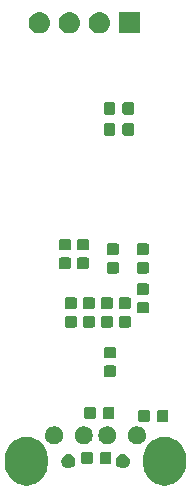
<source format=gbr>
G04 #@! TF.GenerationSoftware,KiCad,Pcbnew,(5.0.2)-1*
G04 #@! TF.CreationDate,2022-05-07T19:17:56+02:00*
G04 #@! TF.ProjectId,Pendrive_v1,50656e64-7269-4766-955f-76312e6b6963,rev?*
G04 #@! TF.SameCoordinates,Original*
G04 #@! TF.FileFunction,Soldermask,Bot*
G04 #@! TF.FilePolarity,Negative*
%FSLAX46Y46*%
G04 Gerber Fmt 4.6, Leading zero omitted, Abs format (unit mm)*
G04 Created by KiCad (PCBNEW (5.0.2)-1) date 07.05.2022 19:17:56*
%MOMM*%
%LPD*%
G01*
G04 APERTURE LIST*
%ADD10C,0.100000*%
G04 APERTURE END LIST*
D10*
G36*
X102763057Y-136554059D02*
X102989384Y-136622714D01*
X103102548Y-136657042D01*
X103415425Y-136824279D01*
X103689661Y-137049339D01*
X103914721Y-137323575D01*
X104081958Y-137636451D01*
X104116286Y-137749615D01*
X104184941Y-137975942D01*
X104211000Y-138240525D01*
X104211000Y-138917474D01*
X104184941Y-139182057D01*
X104116286Y-139408384D01*
X104081958Y-139521549D01*
X103914721Y-139834425D01*
X103689661Y-140108661D01*
X103415425Y-140333721D01*
X103102549Y-140500958D01*
X102989385Y-140535286D01*
X102763058Y-140603941D01*
X102410000Y-140638714D01*
X102056943Y-140603941D01*
X101830616Y-140535286D01*
X101717452Y-140500958D01*
X101404576Y-140333721D01*
X101130339Y-140108661D01*
X100905279Y-139834425D01*
X100738042Y-139521549D01*
X100703714Y-139408385D01*
X100635059Y-139182058D01*
X100609000Y-138917475D01*
X100609000Y-138240526D01*
X100635059Y-137975943D01*
X100738042Y-137636453D01*
X100738042Y-137636452D01*
X100905279Y-137323575D01*
X101130339Y-137049339D01*
X101404575Y-136824279D01*
X101717451Y-136657042D01*
X101830615Y-136622714D01*
X102056942Y-136554059D01*
X102410000Y-136519286D01*
X102763057Y-136554059D01*
X102763057Y-136554059D01*
G37*
G36*
X114463057Y-136554059D02*
X114689384Y-136622714D01*
X114802548Y-136657042D01*
X115115425Y-136824279D01*
X115389661Y-137049339D01*
X115614721Y-137323575D01*
X115781958Y-137636451D01*
X115816286Y-137749615D01*
X115884941Y-137975942D01*
X115911000Y-138240525D01*
X115911000Y-138917474D01*
X115884941Y-139182057D01*
X115816286Y-139408384D01*
X115781958Y-139521549D01*
X115614721Y-139834425D01*
X115389661Y-140108661D01*
X115115425Y-140333721D01*
X114802549Y-140500958D01*
X114689385Y-140535286D01*
X114463058Y-140603941D01*
X114110000Y-140638714D01*
X113756943Y-140603941D01*
X113530616Y-140535286D01*
X113417452Y-140500958D01*
X113104576Y-140333721D01*
X112830339Y-140108661D01*
X112605279Y-139834425D01*
X112438042Y-139521549D01*
X112403714Y-139408385D01*
X112335059Y-139182058D01*
X112309000Y-138917475D01*
X112309000Y-138240526D01*
X112335059Y-137975943D01*
X112438042Y-137636453D01*
X112438042Y-137636452D01*
X112605279Y-137323575D01*
X112830339Y-137049339D01*
X113104575Y-136824279D01*
X113417451Y-136657042D01*
X113530615Y-136622714D01*
X113756942Y-136554059D01*
X114110000Y-136519286D01*
X114463057Y-136554059D01*
X114463057Y-136554059D01*
G37*
G36*
X110735305Y-138001096D02*
X110844680Y-138046400D01*
X110943118Y-138112175D01*
X111026825Y-138195882D01*
X111092600Y-138294320D01*
X111137904Y-138403695D01*
X111161000Y-138519806D01*
X111161000Y-138638194D01*
X111137904Y-138754305D01*
X111092600Y-138863680D01*
X111026825Y-138962118D01*
X110943118Y-139045825D01*
X110844680Y-139111600D01*
X110735305Y-139156904D01*
X110619194Y-139180000D01*
X110500806Y-139180000D01*
X110384695Y-139156904D01*
X110275320Y-139111600D01*
X110176882Y-139045825D01*
X110093175Y-138962118D01*
X110027400Y-138863680D01*
X109982096Y-138754305D01*
X109959000Y-138638194D01*
X109959000Y-138519806D01*
X109982096Y-138403695D01*
X110027400Y-138294320D01*
X110093175Y-138195882D01*
X110176882Y-138112175D01*
X110275320Y-138046400D01*
X110384695Y-138001096D01*
X110500806Y-137978000D01*
X110619194Y-137978000D01*
X110735305Y-138001096D01*
X110735305Y-138001096D01*
G37*
G36*
X106135305Y-138001096D02*
X106244680Y-138046400D01*
X106343118Y-138112175D01*
X106426825Y-138195882D01*
X106492600Y-138294320D01*
X106537904Y-138403695D01*
X106561000Y-138519806D01*
X106561000Y-138638194D01*
X106537904Y-138754305D01*
X106492600Y-138863680D01*
X106426825Y-138962118D01*
X106343118Y-139045825D01*
X106244680Y-139111600D01*
X106135305Y-139156904D01*
X106019194Y-139180000D01*
X105900806Y-139180000D01*
X105784695Y-139156904D01*
X105675320Y-139111600D01*
X105576882Y-139045825D01*
X105493175Y-138962118D01*
X105427400Y-138863680D01*
X105382096Y-138754305D01*
X105359000Y-138638194D01*
X105359000Y-138519806D01*
X105382096Y-138403695D01*
X105427400Y-138294320D01*
X105493175Y-138195882D01*
X105576882Y-138112175D01*
X105675320Y-138046400D01*
X105784695Y-138001096D01*
X105900806Y-137978000D01*
X106019194Y-137978000D01*
X106135305Y-138001096D01*
X106135305Y-138001096D01*
G37*
G36*
X107885591Y-137781085D02*
X107919569Y-137791393D01*
X107950887Y-137808133D01*
X107978339Y-137830661D01*
X108000867Y-137858113D01*
X108017607Y-137889431D01*
X108027915Y-137923409D01*
X108032000Y-137964890D01*
X108032000Y-138641110D01*
X108027915Y-138682591D01*
X108017607Y-138716569D01*
X108000867Y-138747887D01*
X107978339Y-138775339D01*
X107950887Y-138797867D01*
X107919569Y-138814607D01*
X107885591Y-138824915D01*
X107844110Y-138829000D01*
X107242890Y-138829000D01*
X107201409Y-138824915D01*
X107167431Y-138814607D01*
X107136113Y-138797867D01*
X107108661Y-138775339D01*
X107086133Y-138747887D01*
X107069393Y-138716569D01*
X107059085Y-138682591D01*
X107055000Y-138641110D01*
X107055000Y-137964890D01*
X107059085Y-137923409D01*
X107069393Y-137889431D01*
X107086133Y-137858113D01*
X107108661Y-137830661D01*
X107136113Y-137808133D01*
X107167431Y-137791393D01*
X107201409Y-137781085D01*
X107242890Y-137777000D01*
X107844110Y-137777000D01*
X107885591Y-137781085D01*
X107885591Y-137781085D01*
G37*
G36*
X109460591Y-137781085D02*
X109494569Y-137791393D01*
X109525887Y-137808133D01*
X109553339Y-137830661D01*
X109575867Y-137858113D01*
X109592607Y-137889431D01*
X109602915Y-137923409D01*
X109607000Y-137964890D01*
X109607000Y-138641110D01*
X109602915Y-138682591D01*
X109592607Y-138716569D01*
X109575867Y-138747887D01*
X109553339Y-138775339D01*
X109525887Y-138797867D01*
X109494569Y-138814607D01*
X109460591Y-138824915D01*
X109419110Y-138829000D01*
X108817890Y-138829000D01*
X108776409Y-138824915D01*
X108742431Y-138814607D01*
X108711113Y-138797867D01*
X108683661Y-138775339D01*
X108661133Y-138747887D01*
X108644393Y-138716569D01*
X108634085Y-138682591D01*
X108630000Y-138641110D01*
X108630000Y-137964890D01*
X108634085Y-137923409D01*
X108644393Y-137889431D01*
X108661133Y-137858113D01*
X108683661Y-137830661D01*
X108711113Y-137808133D01*
X108742431Y-137791393D01*
X108776409Y-137781085D01*
X108817890Y-137777000D01*
X109419110Y-137777000D01*
X109460591Y-137781085D01*
X109460591Y-137781085D01*
G37*
G36*
X111983578Y-135641955D02*
X111983581Y-135641956D01*
X111983580Y-135641956D01*
X112123074Y-135699736D01*
X112123075Y-135699737D01*
X112248618Y-135783622D01*
X112355378Y-135890382D01*
X112355380Y-135890385D01*
X112439264Y-136015926D01*
X112483955Y-136123820D01*
X112497045Y-136155422D01*
X112526500Y-136303505D01*
X112526500Y-136454495D01*
X112497045Y-136602578D01*
X112497044Y-136602580D01*
X112439264Y-136742074D01*
X112439263Y-136742075D01*
X112355378Y-136867618D01*
X112248618Y-136974378D01*
X112248615Y-136974380D01*
X112123074Y-137058264D01*
X112015180Y-137102955D01*
X111983578Y-137116045D01*
X111835495Y-137145500D01*
X111684505Y-137145500D01*
X111536422Y-137116045D01*
X111504820Y-137102955D01*
X111396926Y-137058264D01*
X111271385Y-136974380D01*
X111271382Y-136974378D01*
X111164622Y-136867618D01*
X111080737Y-136742075D01*
X111080736Y-136742074D01*
X111022956Y-136602580D01*
X111022955Y-136602578D01*
X110993500Y-136454495D01*
X110993500Y-136303505D01*
X111022955Y-136155422D01*
X111036045Y-136123820D01*
X111080736Y-136015926D01*
X111164620Y-135890385D01*
X111164622Y-135890382D01*
X111271382Y-135783622D01*
X111396925Y-135699737D01*
X111396926Y-135699736D01*
X111536420Y-135641956D01*
X111536419Y-135641956D01*
X111536422Y-135641955D01*
X111684505Y-135612500D01*
X111835495Y-135612500D01*
X111983578Y-135641955D01*
X111983578Y-135641955D01*
G37*
G36*
X109483578Y-135641955D02*
X109483581Y-135641956D01*
X109483580Y-135641956D01*
X109623074Y-135699736D01*
X109623075Y-135699737D01*
X109748618Y-135783622D01*
X109855378Y-135890382D01*
X109855380Y-135890385D01*
X109939264Y-136015926D01*
X109983955Y-136123820D01*
X109997045Y-136155422D01*
X110026500Y-136303505D01*
X110026500Y-136454495D01*
X109997045Y-136602578D01*
X109997044Y-136602580D01*
X109939264Y-136742074D01*
X109939263Y-136742075D01*
X109855378Y-136867618D01*
X109748618Y-136974378D01*
X109748615Y-136974380D01*
X109623074Y-137058264D01*
X109515180Y-137102955D01*
X109483578Y-137116045D01*
X109335495Y-137145500D01*
X109184505Y-137145500D01*
X109036422Y-137116045D01*
X109004820Y-137102955D01*
X108896926Y-137058264D01*
X108771385Y-136974380D01*
X108771382Y-136974378D01*
X108664622Y-136867618D01*
X108580737Y-136742075D01*
X108580736Y-136742074D01*
X108522956Y-136602580D01*
X108522955Y-136602578D01*
X108493500Y-136454495D01*
X108493500Y-136303505D01*
X108522955Y-136155422D01*
X108536045Y-136123820D01*
X108580736Y-136015926D01*
X108664620Y-135890385D01*
X108664622Y-135890382D01*
X108771382Y-135783622D01*
X108896925Y-135699737D01*
X108896926Y-135699736D01*
X109036420Y-135641956D01*
X109036419Y-135641956D01*
X109036422Y-135641955D01*
X109184505Y-135612500D01*
X109335495Y-135612500D01*
X109483578Y-135641955D01*
X109483578Y-135641955D01*
G37*
G36*
X107483578Y-135641955D02*
X107483581Y-135641956D01*
X107483580Y-135641956D01*
X107623074Y-135699736D01*
X107623075Y-135699737D01*
X107748618Y-135783622D01*
X107855378Y-135890382D01*
X107855380Y-135890385D01*
X107939264Y-136015926D01*
X107983955Y-136123820D01*
X107997045Y-136155422D01*
X108026500Y-136303505D01*
X108026500Y-136454495D01*
X107997045Y-136602578D01*
X107997044Y-136602580D01*
X107939264Y-136742074D01*
X107939263Y-136742075D01*
X107855378Y-136867618D01*
X107748618Y-136974378D01*
X107748615Y-136974380D01*
X107623074Y-137058264D01*
X107515180Y-137102955D01*
X107483578Y-137116045D01*
X107335495Y-137145500D01*
X107184505Y-137145500D01*
X107036422Y-137116045D01*
X107004820Y-137102955D01*
X106896926Y-137058264D01*
X106771385Y-136974380D01*
X106771382Y-136974378D01*
X106664622Y-136867618D01*
X106580737Y-136742075D01*
X106580736Y-136742074D01*
X106522956Y-136602580D01*
X106522955Y-136602578D01*
X106493500Y-136454495D01*
X106493500Y-136303505D01*
X106522955Y-136155422D01*
X106536045Y-136123820D01*
X106580736Y-136015926D01*
X106664620Y-135890385D01*
X106664622Y-135890382D01*
X106771382Y-135783622D01*
X106896925Y-135699737D01*
X106896926Y-135699736D01*
X107036420Y-135641956D01*
X107036419Y-135641956D01*
X107036422Y-135641955D01*
X107184505Y-135612500D01*
X107335495Y-135612500D01*
X107483578Y-135641955D01*
X107483578Y-135641955D01*
G37*
G36*
X104983578Y-135641955D02*
X104983581Y-135641956D01*
X104983580Y-135641956D01*
X105123074Y-135699736D01*
X105123075Y-135699737D01*
X105248618Y-135783622D01*
X105355378Y-135890382D01*
X105355380Y-135890385D01*
X105439264Y-136015926D01*
X105483955Y-136123820D01*
X105497045Y-136155422D01*
X105526500Y-136303505D01*
X105526500Y-136454495D01*
X105497045Y-136602578D01*
X105497044Y-136602580D01*
X105439264Y-136742074D01*
X105439263Y-136742075D01*
X105355378Y-136867618D01*
X105248618Y-136974378D01*
X105248615Y-136974380D01*
X105123074Y-137058264D01*
X105015180Y-137102955D01*
X104983578Y-137116045D01*
X104835495Y-137145500D01*
X104684505Y-137145500D01*
X104536422Y-137116045D01*
X104504820Y-137102955D01*
X104396926Y-137058264D01*
X104271385Y-136974380D01*
X104271382Y-136974378D01*
X104164622Y-136867618D01*
X104080737Y-136742075D01*
X104080736Y-136742074D01*
X104022956Y-136602580D01*
X104022955Y-136602578D01*
X103993500Y-136454495D01*
X103993500Y-136303505D01*
X104022955Y-136155422D01*
X104036045Y-136123820D01*
X104080736Y-136015926D01*
X104164620Y-135890385D01*
X104164622Y-135890382D01*
X104271382Y-135783622D01*
X104396925Y-135699737D01*
X104396926Y-135699736D01*
X104536420Y-135641956D01*
X104536419Y-135641956D01*
X104536422Y-135641955D01*
X104684505Y-135612500D01*
X104835495Y-135612500D01*
X104983578Y-135641955D01*
X104983578Y-135641955D01*
G37*
G36*
X114286591Y-134225085D02*
X114320569Y-134235393D01*
X114351887Y-134252133D01*
X114379339Y-134274661D01*
X114401867Y-134302113D01*
X114418607Y-134333431D01*
X114428915Y-134367409D01*
X114433000Y-134408890D01*
X114433000Y-135085110D01*
X114428915Y-135126591D01*
X114418607Y-135160569D01*
X114401867Y-135191887D01*
X114379339Y-135219339D01*
X114351887Y-135241867D01*
X114320569Y-135258607D01*
X114286591Y-135268915D01*
X114245110Y-135273000D01*
X113643890Y-135273000D01*
X113602409Y-135268915D01*
X113568431Y-135258607D01*
X113537113Y-135241867D01*
X113509661Y-135219339D01*
X113487133Y-135191887D01*
X113470393Y-135160569D01*
X113460085Y-135126591D01*
X113456000Y-135085110D01*
X113456000Y-134408890D01*
X113460085Y-134367409D01*
X113470393Y-134333431D01*
X113487133Y-134302113D01*
X113509661Y-134274661D01*
X113537113Y-134252133D01*
X113568431Y-134235393D01*
X113602409Y-134225085D01*
X113643890Y-134221000D01*
X114245110Y-134221000D01*
X114286591Y-134225085D01*
X114286591Y-134225085D01*
G37*
G36*
X112711591Y-134225085D02*
X112745569Y-134235393D01*
X112776887Y-134252133D01*
X112804339Y-134274661D01*
X112826867Y-134302113D01*
X112843607Y-134333431D01*
X112853915Y-134367409D01*
X112858000Y-134408890D01*
X112858000Y-135085110D01*
X112853915Y-135126591D01*
X112843607Y-135160569D01*
X112826867Y-135191887D01*
X112804339Y-135219339D01*
X112776887Y-135241867D01*
X112745569Y-135258607D01*
X112711591Y-135268915D01*
X112670110Y-135273000D01*
X112068890Y-135273000D01*
X112027409Y-135268915D01*
X111993431Y-135258607D01*
X111962113Y-135241867D01*
X111934661Y-135219339D01*
X111912133Y-135191887D01*
X111895393Y-135160569D01*
X111885085Y-135126591D01*
X111881000Y-135085110D01*
X111881000Y-134408890D01*
X111885085Y-134367409D01*
X111895393Y-134333431D01*
X111912133Y-134302113D01*
X111934661Y-134274661D01*
X111962113Y-134252133D01*
X111993431Y-134235393D01*
X112027409Y-134225085D01*
X112068890Y-134221000D01*
X112670110Y-134221000D01*
X112711591Y-134225085D01*
X112711591Y-134225085D01*
G37*
G36*
X109714591Y-133971085D02*
X109748569Y-133981393D01*
X109779887Y-133998133D01*
X109807339Y-134020661D01*
X109829867Y-134048113D01*
X109846607Y-134079431D01*
X109856915Y-134113409D01*
X109861000Y-134154890D01*
X109861000Y-134831110D01*
X109856915Y-134872591D01*
X109846607Y-134906569D01*
X109829867Y-134937887D01*
X109807339Y-134965339D01*
X109779887Y-134987867D01*
X109748569Y-135004607D01*
X109714591Y-135014915D01*
X109673110Y-135019000D01*
X109071890Y-135019000D01*
X109030409Y-135014915D01*
X108996431Y-135004607D01*
X108965113Y-134987867D01*
X108937661Y-134965339D01*
X108915133Y-134937887D01*
X108898393Y-134906569D01*
X108888085Y-134872591D01*
X108884000Y-134831110D01*
X108884000Y-134154890D01*
X108888085Y-134113409D01*
X108898393Y-134079431D01*
X108915133Y-134048113D01*
X108937661Y-134020661D01*
X108965113Y-133998133D01*
X108996431Y-133981393D01*
X109030409Y-133971085D01*
X109071890Y-133967000D01*
X109673110Y-133967000D01*
X109714591Y-133971085D01*
X109714591Y-133971085D01*
G37*
G36*
X108139591Y-133971085D02*
X108173569Y-133981393D01*
X108204887Y-133998133D01*
X108232339Y-134020661D01*
X108254867Y-134048113D01*
X108271607Y-134079431D01*
X108281915Y-134113409D01*
X108286000Y-134154890D01*
X108286000Y-134831110D01*
X108281915Y-134872591D01*
X108271607Y-134906569D01*
X108254867Y-134937887D01*
X108232339Y-134965339D01*
X108204887Y-134987867D01*
X108173569Y-135004607D01*
X108139591Y-135014915D01*
X108098110Y-135019000D01*
X107496890Y-135019000D01*
X107455409Y-135014915D01*
X107421431Y-135004607D01*
X107390113Y-134987867D01*
X107362661Y-134965339D01*
X107340133Y-134937887D01*
X107323393Y-134906569D01*
X107313085Y-134872591D01*
X107309000Y-134831110D01*
X107309000Y-134154890D01*
X107313085Y-134113409D01*
X107323393Y-134079431D01*
X107340133Y-134048113D01*
X107362661Y-134020661D01*
X107390113Y-133998133D01*
X107421431Y-133981393D01*
X107455409Y-133971085D01*
X107496890Y-133967000D01*
X108098110Y-133967000D01*
X108139591Y-133971085D01*
X108139591Y-133971085D01*
G37*
G36*
X109853591Y-130478085D02*
X109887569Y-130488393D01*
X109918887Y-130505133D01*
X109946339Y-130527661D01*
X109968867Y-130555113D01*
X109985607Y-130586431D01*
X109995915Y-130620409D01*
X110000000Y-130661890D01*
X110000000Y-131263110D01*
X109995915Y-131304591D01*
X109985607Y-131338569D01*
X109968867Y-131369887D01*
X109946339Y-131397339D01*
X109918887Y-131419867D01*
X109887569Y-131436607D01*
X109853591Y-131446915D01*
X109812110Y-131451000D01*
X109135890Y-131451000D01*
X109094409Y-131446915D01*
X109060431Y-131436607D01*
X109029113Y-131419867D01*
X109001661Y-131397339D01*
X108979133Y-131369887D01*
X108962393Y-131338569D01*
X108952085Y-131304591D01*
X108948000Y-131263110D01*
X108948000Y-130661890D01*
X108952085Y-130620409D01*
X108962393Y-130586431D01*
X108979133Y-130555113D01*
X109001661Y-130527661D01*
X109029113Y-130505133D01*
X109060431Y-130488393D01*
X109094409Y-130478085D01*
X109135890Y-130474000D01*
X109812110Y-130474000D01*
X109853591Y-130478085D01*
X109853591Y-130478085D01*
G37*
G36*
X109853591Y-128903085D02*
X109887569Y-128913393D01*
X109918887Y-128930133D01*
X109946339Y-128952661D01*
X109968867Y-128980113D01*
X109985607Y-129011431D01*
X109995915Y-129045409D01*
X110000000Y-129086890D01*
X110000000Y-129688110D01*
X109995915Y-129729591D01*
X109985607Y-129763569D01*
X109968867Y-129794887D01*
X109946339Y-129822339D01*
X109918887Y-129844867D01*
X109887569Y-129861607D01*
X109853591Y-129871915D01*
X109812110Y-129876000D01*
X109135890Y-129876000D01*
X109094409Y-129871915D01*
X109060431Y-129861607D01*
X109029113Y-129844867D01*
X109001661Y-129822339D01*
X108979133Y-129794887D01*
X108962393Y-129763569D01*
X108952085Y-129729591D01*
X108948000Y-129688110D01*
X108948000Y-129086890D01*
X108952085Y-129045409D01*
X108962393Y-129011431D01*
X108979133Y-128980113D01*
X109001661Y-128952661D01*
X109029113Y-128930133D01*
X109060431Y-128913393D01*
X109094409Y-128903085D01*
X109135890Y-128899000D01*
X109812110Y-128899000D01*
X109853591Y-128903085D01*
X109853591Y-128903085D01*
G37*
G36*
X111123591Y-126287085D02*
X111157569Y-126297393D01*
X111188887Y-126314133D01*
X111216339Y-126336661D01*
X111238867Y-126364113D01*
X111255607Y-126395431D01*
X111265915Y-126429409D01*
X111270000Y-126470890D01*
X111270000Y-127072110D01*
X111265915Y-127113591D01*
X111255607Y-127147569D01*
X111238867Y-127178887D01*
X111216339Y-127206339D01*
X111188887Y-127228867D01*
X111157569Y-127245607D01*
X111123591Y-127255915D01*
X111082110Y-127260000D01*
X110405890Y-127260000D01*
X110364409Y-127255915D01*
X110330431Y-127245607D01*
X110299113Y-127228867D01*
X110271661Y-127206339D01*
X110249133Y-127178887D01*
X110232393Y-127147569D01*
X110222085Y-127113591D01*
X110218000Y-127072110D01*
X110218000Y-126470890D01*
X110222085Y-126429409D01*
X110232393Y-126395431D01*
X110249133Y-126364113D01*
X110271661Y-126336661D01*
X110299113Y-126314133D01*
X110330431Y-126297393D01*
X110364409Y-126287085D01*
X110405890Y-126283000D01*
X111082110Y-126283000D01*
X111123591Y-126287085D01*
X111123591Y-126287085D01*
G37*
G36*
X109599591Y-126287085D02*
X109633569Y-126297393D01*
X109664887Y-126314133D01*
X109692339Y-126336661D01*
X109714867Y-126364113D01*
X109731607Y-126395431D01*
X109741915Y-126429409D01*
X109746000Y-126470890D01*
X109746000Y-127072110D01*
X109741915Y-127113591D01*
X109731607Y-127147569D01*
X109714867Y-127178887D01*
X109692339Y-127206339D01*
X109664887Y-127228867D01*
X109633569Y-127245607D01*
X109599591Y-127255915D01*
X109558110Y-127260000D01*
X108881890Y-127260000D01*
X108840409Y-127255915D01*
X108806431Y-127245607D01*
X108775113Y-127228867D01*
X108747661Y-127206339D01*
X108725133Y-127178887D01*
X108708393Y-127147569D01*
X108698085Y-127113591D01*
X108694000Y-127072110D01*
X108694000Y-126470890D01*
X108698085Y-126429409D01*
X108708393Y-126395431D01*
X108725133Y-126364113D01*
X108747661Y-126336661D01*
X108775113Y-126314133D01*
X108806431Y-126297393D01*
X108840409Y-126287085D01*
X108881890Y-126283000D01*
X109558110Y-126283000D01*
X109599591Y-126287085D01*
X109599591Y-126287085D01*
G37*
G36*
X106551591Y-126287085D02*
X106585569Y-126297393D01*
X106616887Y-126314133D01*
X106644339Y-126336661D01*
X106666867Y-126364113D01*
X106683607Y-126395431D01*
X106693915Y-126429409D01*
X106698000Y-126470890D01*
X106698000Y-127072110D01*
X106693915Y-127113591D01*
X106683607Y-127147569D01*
X106666867Y-127178887D01*
X106644339Y-127206339D01*
X106616887Y-127228867D01*
X106585569Y-127245607D01*
X106551591Y-127255915D01*
X106510110Y-127260000D01*
X105833890Y-127260000D01*
X105792409Y-127255915D01*
X105758431Y-127245607D01*
X105727113Y-127228867D01*
X105699661Y-127206339D01*
X105677133Y-127178887D01*
X105660393Y-127147569D01*
X105650085Y-127113591D01*
X105646000Y-127072110D01*
X105646000Y-126470890D01*
X105650085Y-126429409D01*
X105660393Y-126395431D01*
X105677133Y-126364113D01*
X105699661Y-126336661D01*
X105727113Y-126314133D01*
X105758431Y-126297393D01*
X105792409Y-126287085D01*
X105833890Y-126283000D01*
X106510110Y-126283000D01*
X106551591Y-126287085D01*
X106551591Y-126287085D01*
G37*
G36*
X108075591Y-126287085D02*
X108109569Y-126297393D01*
X108140887Y-126314133D01*
X108168339Y-126336661D01*
X108190867Y-126364113D01*
X108207607Y-126395431D01*
X108217915Y-126429409D01*
X108222000Y-126470890D01*
X108222000Y-127072110D01*
X108217915Y-127113591D01*
X108207607Y-127147569D01*
X108190867Y-127178887D01*
X108168339Y-127206339D01*
X108140887Y-127228867D01*
X108109569Y-127245607D01*
X108075591Y-127255915D01*
X108034110Y-127260000D01*
X107357890Y-127260000D01*
X107316409Y-127255915D01*
X107282431Y-127245607D01*
X107251113Y-127228867D01*
X107223661Y-127206339D01*
X107201133Y-127178887D01*
X107184393Y-127147569D01*
X107174085Y-127113591D01*
X107170000Y-127072110D01*
X107170000Y-126470890D01*
X107174085Y-126429409D01*
X107184393Y-126395431D01*
X107201133Y-126364113D01*
X107223661Y-126336661D01*
X107251113Y-126314133D01*
X107282431Y-126297393D01*
X107316409Y-126287085D01*
X107357890Y-126283000D01*
X108034110Y-126283000D01*
X108075591Y-126287085D01*
X108075591Y-126287085D01*
G37*
G36*
X112647591Y-125098085D02*
X112681569Y-125108393D01*
X112712887Y-125125133D01*
X112740339Y-125147661D01*
X112762867Y-125175113D01*
X112779607Y-125206431D01*
X112789915Y-125240409D01*
X112794000Y-125281890D01*
X112794000Y-125883110D01*
X112789915Y-125924591D01*
X112779607Y-125958569D01*
X112762867Y-125989887D01*
X112740339Y-126017339D01*
X112712887Y-126039867D01*
X112681569Y-126056607D01*
X112647591Y-126066915D01*
X112606110Y-126071000D01*
X111929890Y-126071000D01*
X111888409Y-126066915D01*
X111854431Y-126056607D01*
X111823113Y-126039867D01*
X111795661Y-126017339D01*
X111773133Y-125989887D01*
X111756393Y-125958569D01*
X111746085Y-125924591D01*
X111742000Y-125883110D01*
X111742000Y-125281890D01*
X111746085Y-125240409D01*
X111756393Y-125206431D01*
X111773133Y-125175113D01*
X111795661Y-125147661D01*
X111823113Y-125125133D01*
X111854431Y-125108393D01*
X111888409Y-125098085D01*
X111929890Y-125094000D01*
X112606110Y-125094000D01*
X112647591Y-125098085D01*
X112647591Y-125098085D01*
G37*
G36*
X108075591Y-124712085D02*
X108109569Y-124722393D01*
X108140887Y-124739133D01*
X108168339Y-124761661D01*
X108190867Y-124789113D01*
X108207607Y-124820431D01*
X108217915Y-124854409D01*
X108222000Y-124895890D01*
X108222000Y-125497110D01*
X108217915Y-125538591D01*
X108207607Y-125572569D01*
X108190867Y-125603887D01*
X108168339Y-125631339D01*
X108140887Y-125653867D01*
X108109569Y-125670607D01*
X108075591Y-125680915D01*
X108034110Y-125685000D01*
X107357890Y-125685000D01*
X107316409Y-125680915D01*
X107282431Y-125670607D01*
X107251113Y-125653867D01*
X107223661Y-125631339D01*
X107201133Y-125603887D01*
X107184393Y-125572569D01*
X107174085Y-125538591D01*
X107170000Y-125497110D01*
X107170000Y-124895890D01*
X107174085Y-124854409D01*
X107184393Y-124820431D01*
X107201133Y-124789113D01*
X107223661Y-124761661D01*
X107251113Y-124739133D01*
X107282431Y-124722393D01*
X107316409Y-124712085D01*
X107357890Y-124708000D01*
X108034110Y-124708000D01*
X108075591Y-124712085D01*
X108075591Y-124712085D01*
G37*
G36*
X111123591Y-124712085D02*
X111157569Y-124722393D01*
X111188887Y-124739133D01*
X111216339Y-124761661D01*
X111238867Y-124789113D01*
X111255607Y-124820431D01*
X111265915Y-124854409D01*
X111270000Y-124895890D01*
X111270000Y-125497110D01*
X111265915Y-125538591D01*
X111255607Y-125572569D01*
X111238867Y-125603887D01*
X111216339Y-125631339D01*
X111188887Y-125653867D01*
X111157569Y-125670607D01*
X111123591Y-125680915D01*
X111082110Y-125685000D01*
X110405890Y-125685000D01*
X110364409Y-125680915D01*
X110330431Y-125670607D01*
X110299113Y-125653867D01*
X110271661Y-125631339D01*
X110249133Y-125603887D01*
X110232393Y-125572569D01*
X110222085Y-125538591D01*
X110218000Y-125497110D01*
X110218000Y-124895890D01*
X110222085Y-124854409D01*
X110232393Y-124820431D01*
X110249133Y-124789113D01*
X110271661Y-124761661D01*
X110299113Y-124739133D01*
X110330431Y-124722393D01*
X110364409Y-124712085D01*
X110405890Y-124708000D01*
X111082110Y-124708000D01*
X111123591Y-124712085D01*
X111123591Y-124712085D01*
G37*
G36*
X106551591Y-124712085D02*
X106585569Y-124722393D01*
X106616887Y-124739133D01*
X106644339Y-124761661D01*
X106666867Y-124789113D01*
X106683607Y-124820431D01*
X106693915Y-124854409D01*
X106698000Y-124895890D01*
X106698000Y-125497110D01*
X106693915Y-125538591D01*
X106683607Y-125572569D01*
X106666867Y-125603887D01*
X106644339Y-125631339D01*
X106616887Y-125653867D01*
X106585569Y-125670607D01*
X106551591Y-125680915D01*
X106510110Y-125685000D01*
X105833890Y-125685000D01*
X105792409Y-125680915D01*
X105758431Y-125670607D01*
X105727113Y-125653867D01*
X105699661Y-125631339D01*
X105677133Y-125603887D01*
X105660393Y-125572569D01*
X105650085Y-125538591D01*
X105646000Y-125497110D01*
X105646000Y-124895890D01*
X105650085Y-124854409D01*
X105660393Y-124820431D01*
X105677133Y-124789113D01*
X105699661Y-124761661D01*
X105727113Y-124739133D01*
X105758431Y-124722393D01*
X105792409Y-124712085D01*
X105833890Y-124708000D01*
X106510110Y-124708000D01*
X106551591Y-124712085D01*
X106551591Y-124712085D01*
G37*
G36*
X109599591Y-124712085D02*
X109633569Y-124722393D01*
X109664887Y-124739133D01*
X109692339Y-124761661D01*
X109714867Y-124789113D01*
X109731607Y-124820431D01*
X109741915Y-124854409D01*
X109746000Y-124895890D01*
X109746000Y-125497110D01*
X109741915Y-125538591D01*
X109731607Y-125572569D01*
X109714867Y-125603887D01*
X109692339Y-125631339D01*
X109664887Y-125653867D01*
X109633569Y-125670607D01*
X109599591Y-125680915D01*
X109558110Y-125685000D01*
X108881890Y-125685000D01*
X108840409Y-125680915D01*
X108806431Y-125670607D01*
X108775113Y-125653867D01*
X108747661Y-125631339D01*
X108725133Y-125603887D01*
X108708393Y-125572569D01*
X108698085Y-125538591D01*
X108694000Y-125497110D01*
X108694000Y-124895890D01*
X108698085Y-124854409D01*
X108708393Y-124820431D01*
X108725133Y-124789113D01*
X108747661Y-124761661D01*
X108775113Y-124739133D01*
X108806431Y-124722393D01*
X108840409Y-124712085D01*
X108881890Y-124708000D01*
X109558110Y-124708000D01*
X109599591Y-124712085D01*
X109599591Y-124712085D01*
G37*
G36*
X112647591Y-123523085D02*
X112681569Y-123533393D01*
X112712887Y-123550133D01*
X112740339Y-123572661D01*
X112762867Y-123600113D01*
X112779607Y-123631431D01*
X112789915Y-123665409D01*
X112794000Y-123706890D01*
X112794000Y-124308110D01*
X112789915Y-124349591D01*
X112779607Y-124383569D01*
X112762867Y-124414887D01*
X112740339Y-124442339D01*
X112712887Y-124464867D01*
X112681569Y-124481607D01*
X112647591Y-124491915D01*
X112606110Y-124496000D01*
X111929890Y-124496000D01*
X111888409Y-124491915D01*
X111854431Y-124481607D01*
X111823113Y-124464867D01*
X111795661Y-124442339D01*
X111773133Y-124414887D01*
X111756393Y-124383569D01*
X111746085Y-124349591D01*
X111742000Y-124308110D01*
X111742000Y-123706890D01*
X111746085Y-123665409D01*
X111756393Y-123631431D01*
X111773133Y-123600113D01*
X111795661Y-123572661D01*
X111823113Y-123550133D01*
X111854431Y-123533393D01*
X111888409Y-123523085D01*
X111929890Y-123519000D01*
X112606110Y-123519000D01*
X112647591Y-123523085D01*
X112647591Y-123523085D01*
G37*
G36*
X112647591Y-121715085D02*
X112681569Y-121725393D01*
X112712887Y-121742133D01*
X112740339Y-121764661D01*
X112762867Y-121792113D01*
X112779607Y-121823431D01*
X112789915Y-121857409D01*
X112794000Y-121898890D01*
X112794000Y-122500110D01*
X112789915Y-122541591D01*
X112779607Y-122575569D01*
X112762867Y-122606887D01*
X112740339Y-122634339D01*
X112712887Y-122656867D01*
X112681569Y-122673607D01*
X112647591Y-122683915D01*
X112606110Y-122688000D01*
X111929890Y-122688000D01*
X111888409Y-122683915D01*
X111854431Y-122673607D01*
X111823113Y-122656867D01*
X111795661Y-122634339D01*
X111773133Y-122606887D01*
X111756393Y-122575569D01*
X111746085Y-122541591D01*
X111742000Y-122500110D01*
X111742000Y-121898890D01*
X111746085Y-121857409D01*
X111756393Y-121823431D01*
X111773133Y-121792113D01*
X111795661Y-121764661D01*
X111823113Y-121742133D01*
X111854431Y-121725393D01*
X111888409Y-121715085D01*
X111929890Y-121711000D01*
X112606110Y-121711000D01*
X112647591Y-121715085D01*
X112647591Y-121715085D01*
G37*
G36*
X110107591Y-121715085D02*
X110141569Y-121725393D01*
X110172887Y-121742133D01*
X110200339Y-121764661D01*
X110222867Y-121792113D01*
X110239607Y-121823431D01*
X110249915Y-121857409D01*
X110254000Y-121898890D01*
X110254000Y-122500110D01*
X110249915Y-122541591D01*
X110239607Y-122575569D01*
X110222867Y-122606887D01*
X110200339Y-122634339D01*
X110172887Y-122656867D01*
X110141569Y-122673607D01*
X110107591Y-122683915D01*
X110066110Y-122688000D01*
X109389890Y-122688000D01*
X109348409Y-122683915D01*
X109314431Y-122673607D01*
X109283113Y-122656867D01*
X109255661Y-122634339D01*
X109233133Y-122606887D01*
X109216393Y-122575569D01*
X109206085Y-122541591D01*
X109202000Y-122500110D01*
X109202000Y-121898890D01*
X109206085Y-121857409D01*
X109216393Y-121823431D01*
X109233133Y-121792113D01*
X109255661Y-121764661D01*
X109283113Y-121742133D01*
X109314431Y-121725393D01*
X109348409Y-121715085D01*
X109389890Y-121711000D01*
X110066110Y-121711000D01*
X110107591Y-121715085D01*
X110107591Y-121715085D01*
G37*
G36*
X106043591Y-121334085D02*
X106077569Y-121344393D01*
X106108887Y-121361133D01*
X106136339Y-121383661D01*
X106158867Y-121411113D01*
X106175607Y-121442431D01*
X106185915Y-121476409D01*
X106190000Y-121517890D01*
X106190000Y-122119110D01*
X106185915Y-122160591D01*
X106175607Y-122194569D01*
X106158867Y-122225887D01*
X106136339Y-122253339D01*
X106108887Y-122275867D01*
X106077569Y-122292607D01*
X106043591Y-122302915D01*
X106002110Y-122307000D01*
X105325890Y-122307000D01*
X105284409Y-122302915D01*
X105250431Y-122292607D01*
X105219113Y-122275867D01*
X105191661Y-122253339D01*
X105169133Y-122225887D01*
X105152393Y-122194569D01*
X105142085Y-122160591D01*
X105138000Y-122119110D01*
X105138000Y-121517890D01*
X105142085Y-121476409D01*
X105152393Y-121442431D01*
X105169133Y-121411113D01*
X105191661Y-121383661D01*
X105219113Y-121361133D01*
X105250431Y-121344393D01*
X105284409Y-121334085D01*
X105325890Y-121330000D01*
X106002110Y-121330000D01*
X106043591Y-121334085D01*
X106043591Y-121334085D01*
G37*
G36*
X107567591Y-121334085D02*
X107601569Y-121344393D01*
X107632887Y-121361133D01*
X107660339Y-121383661D01*
X107682867Y-121411113D01*
X107699607Y-121442431D01*
X107709915Y-121476409D01*
X107714000Y-121517890D01*
X107714000Y-122119110D01*
X107709915Y-122160591D01*
X107699607Y-122194569D01*
X107682867Y-122225887D01*
X107660339Y-122253339D01*
X107632887Y-122275867D01*
X107601569Y-122292607D01*
X107567591Y-122302915D01*
X107526110Y-122307000D01*
X106849890Y-122307000D01*
X106808409Y-122302915D01*
X106774431Y-122292607D01*
X106743113Y-122275867D01*
X106715661Y-122253339D01*
X106693133Y-122225887D01*
X106676393Y-122194569D01*
X106666085Y-122160591D01*
X106662000Y-122119110D01*
X106662000Y-121517890D01*
X106666085Y-121476409D01*
X106676393Y-121442431D01*
X106693133Y-121411113D01*
X106715661Y-121383661D01*
X106743113Y-121361133D01*
X106774431Y-121344393D01*
X106808409Y-121334085D01*
X106849890Y-121330000D01*
X107526110Y-121330000D01*
X107567591Y-121334085D01*
X107567591Y-121334085D01*
G37*
G36*
X112647591Y-120140085D02*
X112681569Y-120150393D01*
X112712887Y-120167133D01*
X112740339Y-120189661D01*
X112762867Y-120217113D01*
X112779607Y-120248431D01*
X112789915Y-120282409D01*
X112794000Y-120323890D01*
X112794000Y-120925110D01*
X112789915Y-120966591D01*
X112779607Y-121000569D01*
X112762867Y-121031887D01*
X112740339Y-121059339D01*
X112712887Y-121081867D01*
X112681569Y-121098607D01*
X112647591Y-121108915D01*
X112606110Y-121113000D01*
X111929890Y-121113000D01*
X111888409Y-121108915D01*
X111854431Y-121098607D01*
X111823113Y-121081867D01*
X111795661Y-121059339D01*
X111773133Y-121031887D01*
X111756393Y-121000569D01*
X111746085Y-120966591D01*
X111742000Y-120925110D01*
X111742000Y-120323890D01*
X111746085Y-120282409D01*
X111756393Y-120248431D01*
X111773133Y-120217113D01*
X111795661Y-120189661D01*
X111823113Y-120167133D01*
X111854431Y-120150393D01*
X111888409Y-120140085D01*
X111929890Y-120136000D01*
X112606110Y-120136000D01*
X112647591Y-120140085D01*
X112647591Y-120140085D01*
G37*
G36*
X110107591Y-120140085D02*
X110141569Y-120150393D01*
X110172887Y-120167133D01*
X110200339Y-120189661D01*
X110222867Y-120217113D01*
X110239607Y-120248431D01*
X110249915Y-120282409D01*
X110254000Y-120323890D01*
X110254000Y-120925110D01*
X110249915Y-120966591D01*
X110239607Y-121000569D01*
X110222867Y-121031887D01*
X110200339Y-121059339D01*
X110172887Y-121081867D01*
X110141569Y-121098607D01*
X110107591Y-121108915D01*
X110066110Y-121113000D01*
X109389890Y-121113000D01*
X109348409Y-121108915D01*
X109314431Y-121098607D01*
X109283113Y-121081867D01*
X109255661Y-121059339D01*
X109233133Y-121031887D01*
X109216393Y-121000569D01*
X109206085Y-120966591D01*
X109202000Y-120925110D01*
X109202000Y-120323890D01*
X109206085Y-120282409D01*
X109216393Y-120248431D01*
X109233133Y-120217113D01*
X109255661Y-120189661D01*
X109283113Y-120167133D01*
X109314431Y-120150393D01*
X109348409Y-120140085D01*
X109389890Y-120136000D01*
X110066110Y-120136000D01*
X110107591Y-120140085D01*
X110107591Y-120140085D01*
G37*
G36*
X107567591Y-119759085D02*
X107601569Y-119769393D01*
X107632887Y-119786133D01*
X107660339Y-119808661D01*
X107682867Y-119836113D01*
X107699607Y-119867431D01*
X107709915Y-119901409D01*
X107714000Y-119942890D01*
X107714000Y-120544110D01*
X107709915Y-120585591D01*
X107699607Y-120619569D01*
X107682867Y-120650887D01*
X107660339Y-120678339D01*
X107632887Y-120700867D01*
X107601569Y-120717607D01*
X107567591Y-120727915D01*
X107526110Y-120732000D01*
X106849890Y-120732000D01*
X106808409Y-120727915D01*
X106774431Y-120717607D01*
X106743113Y-120700867D01*
X106715661Y-120678339D01*
X106693133Y-120650887D01*
X106676393Y-120619569D01*
X106666085Y-120585591D01*
X106662000Y-120544110D01*
X106662000Y-119942890D01*
X106666085Y-119901409D01*
X106676393Y-119867431D01*
X106693133Y-119836113D01*
X106715661Y-119808661D01*
X106743113Y-119786133D01*
X106774431Y-119769393D01*
X106808409Y-119759085D01*
X106849890Y-119755000D01*
X107526110Y-119755000D01*
X107567591Y-119759085D01*
X107567591Y-119759085D01*
G37*
G36*
X106043591Y-119759085D02*
X106077569Y-119769393D01*
X106108887Y-119786133D01*
X106136339Y-119808661D01*
X106158867Y-119836113D01*
X106175607Y-119867431D01*
X106185915Y-119901409D01*
X106190000Y-119942890D01*
X106190000Y-120544110D01*
X106185915Y-120585591D01*
X106175607Y-120619569D01*
X106158867Y-120650887D01*
X106136339Y-120678339D01*
X106108887Y-120700867D01*
X106077569Y-120717607D01*
X106043591Y-120727915D01*
X106002110Y-120732000D01*
X105325890Y-120732000D01*
X105284409Y-120727915D01*
X105250431Y-120717607D01*
X105219113Y-120700867D01*
X105191661Y-120678339D01*
X105169133Y-120650887D01*
X105152393Y-120619569D01*
X105142085Y-120585591D01*
X105138000Y-120544110D01*
X105138000Y-119942890D01*
X105142085Y-119901409D01*
X105152393Y-119867431D01*
X105169133Y-119836113D01*
X105191661Y-119808661D01*
X105219113Y-119786133D01*
X105250431Y-119769393D01*
X105284409Y-119759085D01*
X105325890Y-119755000D01*
X106002110Y-119755000D01*
X106043591Y-119759085D01*
X106043591Y-119759085D01*
G37*
G36*
X109790591Y-109968085D02*
X109824569Y-109978393D01*
X109855887Y-109995133D01*
X109883339Y-110017661D01*
X109905867Y-110045113D01*
X109922607Y-110076431D01*
X109932915Y-110110409D01*
X109937000Y-110151890D01*
X109937000Y-110828110D01*
X109932915Y-110869591D01*
X109922607Y-110903569D01*
X109905867Y-110934887D01*
X109883339Y-110962339D01*
X109855887Y-110984867D01*
X109824569Y-111001607D01*
X109790591Y-111011915D01*
X109749110Y-111016000D01*
X109147890Y-111016000D01*
X109106409Y-111011915D01*
X109072431Y-111001607D01*
X109041113Y-110984867D01*
X109013661Y-110962339D01*
X108991133Y-110934887D01*
X108974393Y-110903569D01*
X108964085Y-110869591D01*
X108960000Y-110828110D01*
X108960000Y-110151890D01*
X108964085Y-110110409D01*
X108974393Y-110076431D01*
X108991133Y-110045113D01*
X109013661Y-110017661D01*
X109041113Y-109995133D01*
X109072431Y-109978393D01*
X109106409Y-109968085D01*
X109147890Y-109964000D01*
X109749110Y-109964000D01*
X109790591Y-109968085D01*
X109790591Y-109968085D01*
G37*
G36*
X111365591Y-109968085D02*
X111399569Y-109978393D01*
X111430887Y-109995133D01*
X111458339Y-110017661D01*
X111480867Y-110045113D01*
X111497607Y-110076431D01*
X111507915Y-110110409D01*
X111512000Y-110151890D01*
X111512000Y-110828110D01*
X111507915Y-110869591D01*
X111497607Y-110903569D01*
X111480867Y-110934887D01*
X111458339Y-110962339D01*
X111430887Y-110984867D01*
X111399569Y-111001607D01*
X111365591Y-111011915D01*
X111324110Y-111016000D01*
X110722890Y-111016000D01*
X110681409Y-111011915D01*
X110647431Y-111001607D01*
X110616113Y-110984867D01*
X110588661Y-110962339D01*
X110566133Y-110934887D01*
X110549393Y-110903569D01*
X110539085Y-110869591D01*
X110535000Y-110828110D01*
X110535000Y-110151890D01*
X110539085Y-110110409D01*
X110549393Y-110076431D01*
X110566133Y-110045113D01*
X110588661Y-110017661D01*
X110616113Y-109995133D01*
X110647431Y-109978393D01*
X110681409Y-109968085D01*
X110722890Y-109964000D01*
X111324110Y-109964000D01*
X111365591Y-109968085D01*
X111365591Y-109968085D01*
G37*
G36*
X111365591Y-108190085D02*
X111399569Y-108200393D01*
X111430887Y-108217133D01*
X111458339Y-108239661D01*
X111480867Y-108267113D01*
X111497607Y-108298431D01*
X111507915Y-108332409D01*
X111512000Y-108373890D01*
X111512000Y-109050110D01*
X111507915Y-109091591D01*
X111497607Y-109125569D01*
X111480867Y-109156887D01*
X111458339Y-109184339D01*
X111430887Y-109206867D01*
X111399569Y-109223607D01*
X111365591Y-109233915D01*
X111324110Y-109238000D01*
X110722890Y-109238000D01*
X110681409Y-109233915D01*
X110647431Y-109223607D01*
X110616113Y-109206867D01*
X110588661Y-109184339D01*
X110566133Y-109156887D01*
X110549393Y-109125569D01*
X110539085Y-109091591D01*
X110535000Y-109050110D01*
X110535000Y-108373890D01*
X110539085Y-108332409D01*
X110549393Y-108298431D01*
X110566133Y-108267113D01*
X110588661Y-108239661D01*
X110616113Y-108217133D01*
X110647431Y-108200393D01*
X110681409Y-108190085D01*
X110722890Y-108186000D01*
X111324110Y-108186000D01*
X111365591Y-108190085D01*
X111365591Y-108190085D01*
G37*
G36*
X109790591Y-108190085D02*
X109824569Y-108200393D01*
X109855887Y-108217133D01*
X109883339Y-108239661D01*
X109905867Y-108267113D01*
X109922607Y-108298431D01*
X109932915Y-108332409D01*
X109937000Y-108373890D01*
X109937000Y-109050110D01*
X109932915Y-109091591D01*
X109922607Y-109125569D01*
X109905867Y-109156887D01*
X109883339Y-109184339D01*
X109855887Y-109206867D01*
X109824569Y-109223607D01*
X109790591Y-109233915D01*
X109749110Y-109238000D01*
X109147890Y-109238000D01*
X109106409Y-109233915D01*
X109072431Y-109223607D01*
X109041113Y-109206867D01*
X109013661Y-109184339D01*
X108991133Y-109156887D01*
X108974393Y-109125569D01*
X108964085Y-109091591D01*
X108960000Y-109050110D01*
X108960000Y-108373890D01*
X108964085Y-108332409D01*
X108974393Y-108298431D01*
X108991133Y-108267113D01*
X109013661Y-108239661D01*
X109041113Y-108217133D01*
X109072431Y-108200393D01*
X109106409Y-108190085D01*
X109147890Y-108186000D01*
X109749110Y-108186000D01*
X109790591Y-108190085D01*
X109790591Y-108190085D01*
G37*
G36*
X112026000Y-102347000D02*
X110224000Y-102347000D01*
X110224000Y-100545000D01*
X112026000Y-100545000D01*
X112026000Y-102347000D01*
X112026000Y-102347000D01*
G37*
G36*
X108695443Y-100551519D02*
X108761627Y-100558037D01*
X108874853Y-100592384D01*
X108931467Y-100609557D01*
X109070087Y-100683652D01*
X109087991Y-100693222D01*
X109123729Y-100722552D01*
X109225186Y-100805814D01*
X109308448Y-100907271D01*
X109337778Y-100943009D01*
X109337779Y-100943011D01*
X109421443Y-101099533D01*
X109421443Y-101099534D01*
X109472963Y-101269373D01*
X109490359Y-101446000D01*
X109472963Y-101622627D01*
X109438616Y-101735853D01*
X109421443Y-101792467D01*
X109347348Y-101931087D01*
X109337778Y-101948991D01*
X109308448Y-101984729D01*
X109225186Y-102086186D01*
X109123729Y-102169448D01*
X109087991Y-102198778D01*
X109087989Y-102198779D01*
X108931467Y-102282443D01*
X108874853Y-102299616D01*
X108761627Y-102333963D01*
X108695443Y-102340481D01*
X108629260Y-102347000D01*
X108540740Y-102347000D01*
X108474558Y-102340482D01*
X108408373Y-102333963D01*
X108295147Y-102299616D01*
X108238533Y-102282443D01*
X108082011Y-102198779D01*
X108082009Y-102198778D01*
X108046271Y-102169448D01*
X107944814Y-102086186D01*
X107861552Y-101984729D01*
X107832222Y-101948991D01*
X107822652Y-101931087D01*
X107748557Y-101792467D01*
X107731384Y-101735853D01*
X107697037Y-101622627D01*
X107679641Y-101446000D01*
X107697037Y-101269373D01*
X107748557Y-101099534D01*
X107748557Y-101099533D01*
X107832221Y-100943011D01*
X107832222Y-100943009D01*
X107861552Y-100907271D01*
X107944814Y-100805814D01*
X108046271Y-100722552D01*
X108082009Y-100693222D01*
X108099913Y-100683652D01*
X108238533Y-100609557D01*
X108295147Y-100592384D01*
X108408373Y-100558037D01*
X108474557Y-100551519D01*
X108540740Y-100545000D01*
X108629260Y-100545000D01*
X108695443Y-100551519D01*
X108695443Y-100551519D01*
G37*
G36*
X106155443Y-100551519D02*
X106221627Y-100558037D01*
X106334853Y-100592384D01*
X106391467Y-100609557D01*
X106530087Y-100683652D01*
X106547991Y-100693222D01*
X106583729Y-100722552D01*
X106685186Y-100805814D01*
X106768448Y-100907271D01*
X106797778Y-100943009D01*
X106797779Y-100943011D01*
X106881443Y-101099533D01*
X106881443Y-101099534D01*
X106932963Y-101269373D01*
X106950359Y-101446000D01*
X106932963Y-101622627D01*
X106898616Y-101735853D01*
X106881443Y-101792467D01*
X106807348Y-101931087D01*
X106797778Y-101948991D01*
X106768448Y-101984729D01*
X106685186Y-102086186D01*
X106583729Y-102169448D01*
X106547991Y-102198778D01*
X106547989Y-102198779D01*
X106391467Y-102282443D01*
X106334853Y-102299616D01*
X106221627Y-102333963D01*
X106155443Y-102340481D01*
X106089260Y-102347000D01*
X106000740Y-102347000D01*
X105934558Y-102340482D01*
X105868373Y-102333963D01*
X105755147Y-102299616D01*
X105698533Y-102282443D01*
X105542011Y-102198779D01*
X105542009Y-102198778D01*
X105506271Y-102169448D01*
X105404814Y-102086186D01*
X105321552Y-101984729D01*
X105292222Y-101948991D01*
X105282652Y-101931087D01*
X105208557Y-101792467D01*
X105191384Y-101735853D01*
X105157037Y-101622627D01*
X105139641Y-101446000D01*
X105157037Y-101269373D01*
X105208557Y-101099534D01*
X105208557Y-101099533D01*
X105292221Y-100943011D01*
X105292222Y-100943009D01*
X105321552Y-100907271D01*
X105404814Y-100805814D01*
X105506271Y-100722552D01*
X105542009Y-100693222D01*
X105559913Y-100683652D01*
X105698533Y-100609557D01*
X105755147Y-100592384D01*
X105868373Y-100558037D01*
X105934557Y-100551519D01*
X106000740Y-100545000D01*
X106089260Y-100545000D01*
X106155443Y-100551519D01*
X106155443Y-100551519D01*
G37*
G36*
X103615443Y-100551519D02*
X103681627Y-100558037D01*
X103794853Y-100592384D01*
X103851467Y-100609557D01*
X103990087Y-100683652D01*
X104007991Y-100693222D01*
X104043729Y-100722552D01*
X104145186Y-100805814D01*
X104228448Y-100907271D01*
X104257778Y-100943009D01*
X104257779Y-100943011D01*
X104341443Y-101099533D01*
X104341443Y-101099534D01*
X104392963Y-101269373D01*
X104410359Y-101446000D01*
X104392963Y-101622627D01*
X104358616Y-101735853D01*
X104341443Y-101792467D01*
X104267348Y-101931087D01*
X104257778Y-101948991D01*
X104228448Y-101984729D01*
X104145186Y-102086186D01*
X104043729Y-102169448D01*
X104007991Y-102198778D01*
X104007989Y-102198779D01*
X103851467Y-102282443D01*
X103794853Y-102299616D01*
X103681627Y-102333963D01*
X103615443Y-102340481D01*
X103549260Y-102347000D01*
X103460740Y-102347000D01*
X103394558Y-102340482D01*
X103328373Y-102333963D01*
X103215147Y-102299616D01*
X103158533Y-102282443D01*
X103002011Y-102198779D01*
X103002009Y-102198778D01*
X102966271Y-102169448D01*
X102864814Y-102086186D01*
X102781552Y-101984729D01*
X102752222Y-101948991D01*
X102742652Y-101931087D01*
X102668557Y-101792467D01*
X102651384Y-101735853D01*
X102617037Y-101622627D01*
X102599641Y-101446000D01*
X102617037Y-101269373D01*
X102668557Y-101099534D01*
X102668557Y-101099533D01*
X102752221Y-100943011D01*
X102752222Y-100943009D01*
X102781552Y-100907271D01*
X102864814Y-100805814D01*
X102966271Y-100722552D01*
X103002009Y-100693222D01*
X103019913Y-100683652D01*
X103158533Y-100609557D01*
X103215147Y-100592384D01*
X103328373Y-100558037D01*
X103394557Y-100551519D01*
X103460740Y-100545000D01*
X103549260Y-100545000D01*
X103615443Y-100551519D01*
X103615443Y-100551519D01*
G37*
M02*

</source>
